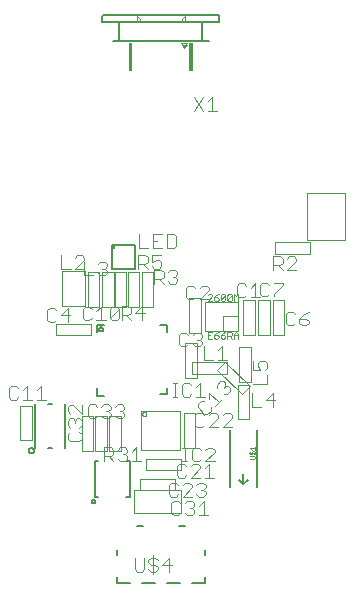
<source format=gto>
G75*
%MOIN*%
%OFA0B0*%
%FSLAX25Y25*%
%IPPOS*%
%LPD*%
%AMOC8*
5,1,8,0,0,1.08239X$1,22.5*
%
%ADD10C,0.00200*%
%ADD11C,0.00400*%
%ADD12C,0.00500*%
%ADD13C,0.00800*%
%ADD14C,0.00100*%
%ADD15C,0.00197*%
%ADD16C,0.00394*%
D10*
X0085301Y0073452D02*
X0096899Y0073452D01*
X0096899Y0069648D01*
X0085301Y0069648D01*
X0085301Y0073452D01*
X0086902Y0079949D02*
X0086902Y0068351D01*
X0083098Y0068351D01*
X0083098Y0079949D01*
X0086902Y0079949D01*
X0101902Y0062793D02*
X0093701Y0070994D01*
X0096390Y0073683D01*
X0104592Y0065482D01*
X0101902Y0062793D01*
X0111302Y0094249D02*
X0111302Y0082651D01*
X0107498Y0082651D01*
X0107498Y0094249D01*
X0111302Y0094249D01*
X0116202Y0094249D02*
X0116202Y0082651D01*
X0112398Y0082651D01*
X0112398Y0094249D01*
X0116202Y0094249D01*
X0102498Y0082651D02*
X0102498Y0094249D01*
X0106302Y0094249D01*
X0106302Y0082651D01*
X0102498Y0082651D01*
X0088302Y0094849D02*
X0088302Y0083251D01*
X0084498Y0083251D01*
X0084498Y0094849D01*
X0088302Y0094849D01*
X0059252Y0103499D02*
X0059252Y0091901D01*
X0055448Y0091901D01*
X0055448Y0103499D01*
X0059252Y0103499D01*
X0040001Y0086252D02*
X0051599Y0086252D01*
X0051599Y0082448D01*
X0040001Y0082448D01*
X0040001Y0086252D01*
X0041980Y0092201D02*
X0041980Y0103799D01*
X0049720Y0103799D01*
X0049720Y0092201D01*
X0041980Y0092201D01*
X0054452Y0103499D02*
X0054452Y0091901D01*
X0050648Y0091901D01*
X0050648Y0103499D01*
X0054452Y0103499D01*
X0061602Y0055449D02*
X0061602Y0043851D01*
X0057798Y0043851D01*
X0057798Y0055449D01*
X0061602Y0055449D01*
X0066132Y0023180D02*
X0081668Y0023180D01*
X0066132Y0030920D02*
X0081668Y0030920D01*
X0081668Y0023180D01*
X0066132Y0023180D02*
X0066132Y0030920D01*
X0052502Y0055449D02*
X0052502Y0043851D01*
X0048698Y0043851D01*
X0048698Y0055449D01*
X0052502Y0055449D01*
X0057002Y0055449D02*
X0057002Y0043851D01*
X0053198Y0043851D01*
X0053198Y0055449D01*
X0057002Y0055449D01*
X0028098Y0047451D02*
X0028098Y0059049D01*
X0031902Y0059049D01*
X0031902Y0047451D01*
X0028098Y0047451D01*
X0068648Y0091951D02*
X0068648Y0103549D01*
X0072452Y0103549D01*
X0072452Y0091951D01*
X0068648Y0091951D01*
X0059748Y0091951D02*
X0059748Y0103549D01*
X0063552Y0103549D01*
X0063552Y0091951D01*
X0059748Y0091951D01*
X0064048Y0092001D02*
X0064048Y0103599D01*
X0067852Y0103599D01*
X0067852Y0092001D01*
X0064048Y0092001D01*
X0092044Y0093968D02*
X0090576Y0093968D01*
X0092044Y0095436D01*
X0092044Y0095803D01*
X0091677Y0096170D01*
X0090943Y0096170D01*
X0090576Y0095803D01*
X0094253Y0096170D02*
X0093519Y0095803D01*
X0092785Y0095069D01*
X0092785Y0094335D01*
X0093152Y0093968D01*
X0093886Y0093968D01*
X0094253Y0094335D01*
X0094253Y0094702D01*
X0093886Y0095069D01*
X0092785Y0095069D01*
X0094995Y0094335D02*
X0094995Y0095803D01*
X0095362Y0096170D01*
X0096096Y0096170D01*
X0096463Y0095803D01*
X0096463Y0094335D01*
X0096096Y0093968D01*
X0095362Y0093968D01*
X0094995Y0094335D01*
X0096463Y0095803D01*
X0097205Y0094335D02*
X0097205Y0095803D01*
X0097572Y0096170D01*
X0098306Y0096170D01*
X0098673Y0095803D01*
X0098673Y0094335D01*
X0098306Y0093968D01*
X0097572Y0093968D01*
X0097205Y0094335D01*
X0098673Y0095803D01*
X0099415Y0093968D02*
X0099415Y0096170D01*
X0100149Y0095436D01*
X0100883Y0096170D01*
X0100883Y0093968D01*
X0092044Y0083572D02*
X0090576Y0083572D01*
X0090576Y0081370D01*
X0092044Y0081370D01*
X0091310Y0082471D02*
X0090576Y0082471D01*
X0094253Y0083572D02*
X0093519Y0083205D01*
X0092785Y0082471D01*
X0092785Y0081737D01*
X0093152Y0081370D01*
X0093886Y0081370D01*
X0094253Y0081737D01*
X0094253Y0082104D01*
X0093886Y0082471D01*
X0092785Y0082471D01*
X0096463Y0083572D02*
X0095729Y0083205D01*
X0094995Y0082471D01*
X0094995Y0081737D01*
X0095362Y0081370D01*
X0096096Y0081370D01*
X0096463Y0081737D01*
X0096463Y0082104D01*
X0096096Y0082471D01*
X0094995Y0082471D01*
X0097205Y0081370D02*
X0097205Y0083572D01*
X0098306Y0083572D01*
X0098673Y0083205D01*
X0098673Y0082471D01*
X0098306Y0082104D01*
X0097205Y0082104D01*
X0097939Y0082104D02*
X0098673Y0081370D01*
X0099415Y0081370D02*
X0099415Y0082838D01*
X0100149Y0083572D01*
X0100883Y0082838D01*
X0100883Y0081370D01*
X0100883Y0082471D02*
X0099415Y0082471D01*
X0104402Y0066049D02*
X0104402Y0054451D01*
X0100598Y0054451D01*
X0100598Y0066049D01*
X0104402Y0066049D01*
X0105002Y0078549D02*
X0105002Y0066951D01*
X0101198Y0066951D01*
X0101198Y0078549D01*
X0105002Y0078549D01*
X0086402Y0056549D02*
X0086402Y0044951D01*
X0082598Y0044951D01*
X0082598Y0056549D01*
X0086402Y0056549D01*
X0081799Y0037431D02*
X0070201Y0037431D01*
X0070201Y0041234D01*
X0081799Y0041234D01*
X0081799Y0037431D01*
X0079799Y0030848D02*
X0068201Y0030848D01*
X0068201Y0034652D01*
X0079799Y0034652D01*
X0079799Y0030848D01*
X0124799Y0109598D02*
X0113201Y0109598D01*
X0113201Y0113402D01*
X0124799Y0113402D01*
X0124799Y0109598D01*
D11*
X0089400Y0078954D02*
X0089400Y0074350D01*
X0092469Y0074350D01*
X0094004Y0077419D02*
X0095539Y0078954D01*
X0095539Y0074350D01*
X0097073Y0074350D02*
X0094004Y0074350D01*
X0084069Y0082587D02*
X0083302Y0083354D01*
X0081767Y0083354D01*
X0081000Y0082587D01*
X0081000Y0079517D01*
X0081767Y0078750D01*
X0083302Y0078750D01*
X0084069Y0079517D01*
X0085604Y0082587D02*
X0086371Y0083354D01*
X0087906Y0083354D01*
X0088673Y0082587D01*
X0088673Y0081819D01*
X0087906Y0081052D01*
X0087139Y0081052D01*
X0087906Y0081052D02*
X0088673Y0080285D01*
X0088673Y0079517D01*
X0087906Y0078750D01*
X0086371Y0078750D01*
X0085604Y0079517D01*
X0089405Y0060604D02*
X0088320Y0060604D01*
X0087235Y0059519D01*
X0087235Y0058434D01*
X0089405Y0056263D01*
X0090490Y0056263D01*
X0091576Y0057349D01*
X0091576Y0058434D01*
X0091033Y0061147D02*
X0091033Y0063317D01*
X0094288Y0060061D01*
X0093203Y0058976D02*
X0095374Y0061147D01*
X0093746Y0064945D02*
X0093746Y0066030D01*
X0094831Y0067115D01*
X0095916Y0067115D01*
X0096459Y0066572D01*
X0096459Y0065487D01*
X0095916Y0064945D01*
X0096459Y0065487D02*
X0097544Y0065487D01*
X0098086Y0064945D01*
X0098086Y0063859D01*
X0097001Y0062774D01*
X0095916Y0062774D01*
X0111069Y0099287D02*
X0110302Y0100054D01*
X0108767Y0100054D01*
X0108000Y0099287D01*
X0108000Y0096217D01*
X0108767Y0095450D01*
X0110302Y0095450D01*
X0111069Y0096217D01*
X0112604Y0100054D02*
X0115673Y0100054D01*
X0115673Y0099287D01*
X0112604Y0096217D01*
X0112604Y0095450D01*
X0119669Y0089587D02*
X0118902Y0090354D01*
X0117367Y0090354D01*
X0116600Y0089587D01*
X0116600Y0086517D01*
X0117367Y0085750D01*
X0118902Y0085750D01*
X0119669Y0086517D01*
X0124273Y0090354D02*
X0122739Y0089587D01*
X0121204Y0088052D01*
X0121204Y0086517D01*
X0121971Y0085750D01*
X0123506Y0085750D01*
X0124273Y0086517D01*
X0124273Y0087285D01*
X0123506Y0088052D01*
X0121204Y0088052D01*
X0103469Y0098987D02*
X0102702Y0099754D01*
X0101167Y0099754D01*
X0100400Y0098987D01*
X0100400Y0095917D01*
X0101167Y0095150D01*
X0102702Y0095150D01*
X0103469Y0095917D01*
X0105004Y0098219D02*
X0106539Y0099754D01*
X0106539Y0095150D01*
X0108073Y0095150D02*
X0105004Y0095150D01*
X0086469Y0098237D02*
X0085702Y0099004D01*
X0084167Y0099004D01*
X0083400Y0098237D01*
X0083400Y0095167D01*
X0084167Y0094400D01*
X0085702Y0094400D01*
X0086469Y0095167D01*
X0091073Y0094400D02*
X0088004Y0094400D01*
X0091073Y0097469D01*
X0091073Y0098237D01*
X0090306Y0099004D01*
X0088771Y0099004D01*
X0088004Y0098237D01*
X0051969Y0091237D02*
X0051202Y0092004D01*
X0049667Y0092004D01*
X0048900Y0091237D01*
X0048900Y0088167D01*
X0049667Y0087400D01*
X0051202Y0087400D01*
X0051969Y0088167D01*
X0053504Y0090469D02*
X0055039Y0092004D01*
X0055039Y0087400D01*
X0056573Y0087400D02*
X0053504Y0087400D01*
X0058108Y0088167D02*
X0058108Y0091237D01*
X0058875Y0092004D01*
X0060410Y0092004D01*
X0061177Y0091237D01*
X0061177Y0088167D01*
X0060410Y0087400D01*
X0058875Y0087400D01*
X0058108Y0088167D01*
X0061177Y0091237D01*
X0040219Y0090787D02*
X0039452Y0091554D01*
X0037917Y0091554D01*
X0037150Y0090787D01*
X0037150Y0087717D01*
X0037917Y0086950D01*
X0039452Y0086950D01*
X0040219Y0087717D01*
X0044056Y0086950D02*
X0044056Y0091554D01*
X0041754Y0089252D01*
X0044823Y0089252D01*
X0078900Y0062050D02*
X0080435Y0062050D01*
X0079667Y0062050D02*
X0079667Y0066654D01*
X0078900Y0066654D02*
X0080435Y0066654D01*
X0085039Y0065887D02*
X0084271Y0066654D01*
X0082737Y0066654D01*
X0081969Y0065887D01*
X0081969Y0062817D01*
X0082737Y0062050D01*
X0084271Y0062050D01*
X0085039Y0062817D01*
X0086573Y0065119D02*
X0088108Y0066654D01*
X0088108Y0062050D01*
X0089642Y0062050D02*
X0086573Y0062050D01*
X0041850Y0109154D02*
X0041850Y0104550D01*
X0044919Y0104550D01*
X0049523Y0104550D02*
X0046454Y0104550D01*
X0049523Y0107619D01*
X0049523Y0108387D01*
X0048756Y0109154D01*
X0047221Y0109154D01*
X0046454Y0108387D01*
X0049350Y0107004D02*
X0049350Y0102400D01*
X0052419Y0102400D01*
X0053954Y0106237D02*
X0054721Y0107004D01*
X0056256Y0107004D01*
X0057023Y0106237D01*
X0057023Y0105469D01*
X0056256Y0104702D01*
X0055489Y0104702D01*
X0056256Y0104702D02*
X0057023Y0103935D01*
X0057023Y0103167D01*
X0056256Y0102400D01*
X0054721Y0102400D01*
X0053954Y0103167D01*
X0056138Y0040550D02*
X0056138Y0045154D01*
X0058440Y0045154D01*
X0059207Y0044387D01*
X0059207Y0042852D01*
X0058440Y0042085D01*
X0056138Y0042085D01*
X0057673Y0042085D02*
X0059207Y0040550D01*
X0060742Y0044387D02*
X0061509Y0045154D01*
X0063044Y0045154D01*
X0063811Y0044387D01*
X0063811Y0043619D01*
X0063044Y0042852D01*
X0062277Y0042852D01*
X0063044Y0042852D02*
X0063811Y0042085D01*
X0063811Y0041317D01*
X0063044Y0040550D01*
X0061509Y0040550D01*
X0060742Y0041317D01*
X0065346Y0043619D02*
X0066881Y0045154D01*
X0066881Y0040550D01*
X0068415Y0040550D02*
X0065346Y0040550D01*
X0081557Y0026437D02*
X0080790Y0027204D01*
X0079256Y0027204D01*
X0078488Y0026437D01*
X0078488Y0023367D01*
X0079256Y0022600D01*
X0080790Y0022600D01*
X0081557Y0023367D01*
X0083092Y0026437D02*
X0083859Y0027204D01*
X0085394Y0027204D01*
X0086161Y0026437D01*
X0086161Y0025669D01*
X0085394Y0024902D01*
X0084627Y0024902D01*
X0085394Y0024902D02*
X0086161Y0024135D01*
X0086161Y0023367D01*
X0085394Y0022600D01*
X0083859Y0022600D01*
X0083092Y0023367D01*
X0087696Y0025669D02*
X0089231Y0027204D01*
X0089231Y0022600D01*
X0090765Y0022600D02*
X0087696Y0022600D01*
X0044813Y0050169D02*
X0044046Y0049402D01*
X0044046Y0047867D01*
X0044813Y0047100D01*
X0047883Y0047100D01*
X0048650Y0047867D01*
X0048650Y0049402D01*
X0047883Y0050169D01*
X0044813Y0051704D02*
X0044046Y0052471D01*
X0044046Y0054006D01*
X0044813Y0054773D01*
X0045581Y0054773D01*
X0046348Y0054006D01*
X0046348Y0053239D01*
X0046348Y0054006D02*
X0047115Y0054773D01*
X0047883Y0054773D01*
X0048650Y0054006D01*
X0048650Y0052471D01*
X0047883Y0051704D01*
X0048650Y0059377D02*
X0048650Y0056308D01*
X0045581Y0059377D01*
X0044813Y0059377D01*
X0044046Y0058610D01*
X0044046Y0057075D01*
X0044813Y0056308D01*
X0053669Y0058637D02*
X0052902Y0059404D01*
X0051367Y0059404D01*
X0050600Y0058637D01*
X0050600Y0055567D01*
X0051367Y0054800D01*
X0052902Y0054800D01*
X0053669Y0055567D01*
X0055204Y0058637D02*
X0055971Y0059404D01*
X0057506Y0059404D01*
X0058273Y0058637D01*
X0058273Y0057869D01*
X0057506Y0057102D01*
X0056739Y0057102D01*
X0057506Y0057102D02*
X0058273Y0056335D01*
X0058273Y0055567D01*
X0057506Y0054800D01*
X0055971Y0054800D01*
X0055204Y0055567D01*
X0059808Y0058637D02*
X0060575Y0059404D01*
X0062110Y0059404D01*
X0062877Y0058637D01*
X0062877Y0057869D01*
X0062110Y0057102D01*
X0061342Y0057102D01*
X0062110Y0057102D02*
X0062877Y0056335D01*
X0062877Y0055567D01*
X0062110Y0054800D01*
X0060575Y0054800D01*
X0059808Y0055567D01*
X0027469Y0064837D02*
X0026702Y0065604D01*
X0025167Y0065604D01*
X0024400Y0064837D01*
X0024400Y0061767D01*
X0025167Y0061000D01*
X0026702Y0061000D01*
X0027469Y0061767D01*
X0029004Y0064069D02*
X0030539Y0065604D01*
X0030539Y0061000D01*
X0032073Y0061000D02*
X0029004Y0061000D01*
X0033608Y0064069D02*
X0035142Y0065604D01*
X0035142Y0061000D01*
X0033608Y0061000D02*
X0036677Y0061000D01*
X0067721Y0116217D02*
X0067721Y0111613D01*
X0070790Y0111613D01*
X0075394Y0116217D02*
X0072325Y0116217D01*
X0072325Y0111613D01*
X0075394Y0111613D01*
X0073859Y0113915D02*
X0072325Y0113915D01*
X0076929Y0116217D02*
X0076929Y0111613D01*
X0079231Y0111613D01*
X0079998Y0112381D01*
X0079998Y0115450D01*
X0079231Y0116217D01*
X0076929Y0116217D01*
X0072850Y0099700D02*
X0072850Y0104304D01*
X0075152Y0104304D01*
X0075919Y0103537D01*
X0075919Y0102002D01*
X0075152Y0101235D01*
X0072850Y0101235D01*
X0074385Y0101235D02*
X0075919Y0099700D01*
X0077454Y0103537D02*
X0078221Y0104304D01*
X0079756Y0104304D01*
X0080523Y0103537D01*
X0080523Y0102769D01*
X0079756Y0102002D01*
X0078989Y0102002D01*
X0079756Y0102002D02*
X0080523Y0101235D01*
X0080523Y0100467D01*
X0079756Y0099700D01*
X0078221Y0099700D01*
X0077454Y0100467D01*
X0061900Y0087700D02*
X0061900Y0092304D01*
X0064202Y0092304D01*
X0064969Y0091537D01*
X0064969Y0090002D01*
X0064202Y0089235D01*
X0061900Y0089235D01*
X0063435Y0089235D02*
X0064969Y0087700D01*
X0068806Y0087700D02*
X0068806Y0092304D01*
X0066504Y0090002D01*
X0069573Y0090002D01*
X0067500Y0104650D02*
X0067500Y0109254D01*
X0069802Y0109254D01*
X0070569Y0108487D01*
X0070569Y0106952D01*
X0069802Y0106185D01*
X0067500Y0106185D01*
X0069035Y0106185D02*
X0070569Y0104650D01*
X0075173Y0109254D02*
X0072104Y0109254D01*
X0072104Y0106952D01*
X0073639Y0107719D01*
X0074406Y0107719D01*
X0075173Y0106952D01*
X0075173Y0105417D01*
X0074406Y0104650D01*
X0072871Y0104650D01*
X0072104Y0105417D01*
X0105400Y0063154D02*
X0105400Y0058550D01*
X0108469Y0058550D01*
X0112306Y0058550D02*
X0112306Y0063154D01*
X0110004Y0060852D01*
X0113073Y0060852D01*
X0105796Y0066242D02*
X0110400Y0066242D01*
X0110400Y0069311D01*
X0105796Y0073915D02*
X0105796Y0070846D01*
X0108098Y0070846D01*
X0107331Y0072381D01*
X0107331Y0073148D01*
X0108098Y0073915D01*
X0109633Y0073915D01*
X0110400Y0073148D01*
X0110400Y0071613D01*
X0109633Y0070846D01*
X0066288Y0008304D02*
X0066288Y0004467D01*
X0067056Y0003700D01*
X0068590Y0003700D01*
X0069357Y0004467D01*
X0069357Y0008304D01*
X0070892Y0004467D02*
X0071659Y0003700D01*
X0073194Y0003700D01*
X0073961Y0004467D01*
X0073961Y0005235D01*
X0073194Y0006002D01*
X0071659Y0006002D01*
X0070892Y0006769D01*
X0070892Y0007537D01*
X0071659Y0008304D01*
X0073194Y0008304D01*
X0073961Y0007537D01*
X0072427Y0009071D02*
X0072427Y0002933D01*
X0077798Y0003700D02*
X0077798Y0008304D01*
X0075496Y0006002D01*
X0078565Y0006002D01*
X0089519Y0055787D02*
X0088752Y0056554D01*
X0087217Y0056554D01*
X0086450Y0055787D01*
X0086450Y0052717D01*
X0087217Y0051950D01*
X0088752Y0051950D01*
X0089519Y0052717D01*
X0094123Y0051950D02*
X0091054Y0051950D01*
X0094123Y0055019D01*
X0094123Y0055787D01*
X0093356Y0056554D01*
X0091821Y0056554D01*
X0091054Y0055787D01*
X0098727Y0051950D02*
X0095658Y0051950D01*
X0098727Y0055019D01*
X0098727Y0055787D01*
X0097960Y0056554D01*
X0096425Y0056554D01*
X0095658Y0055787D01*
X0083457Y0038869D02*
X0082690Y0039637D01*
X0081156Y0039637D01*
X0080388Y0038869D01*
X0080388Y0035800D01*
X0081156Y0035033D01*
X0082690Y0035033D01*
X0083457Y0035800D01*
X0088061Y0035033D02*
X0084992Y0035033D01*
X0088061Y0038102D01*
X0088061Y0038869D01*
X0087294Y0039637D01*
X0085759Y0039637D01*
X0084992Y0038869D01*
X0089596Y0038102D02*
X0091131Y0039637D01*
X0091131Y0035033D01*
X0092665Y0035033D02*
X0089596Y0035033D01*
X0080707Y0032537D02*
X0079940Y0033304D01*
X0078406Y0033304D01*
X0077638Y0032537D01*
X0077638Y0029467D01*
X0078406Y0028700D01*
X0079940Y0028700D01*
X0080707Y0029467D01*
X0085311Y0028700D02*
X0082242Y0028700D01*
X0085311Y0031769D01*
X0085311Y0032537D01*
X0084544Y0033304D01*
X0083009Y0033304D01*
X0082242Y0032537D01*
X0086846Y0032537D02*
X0087613Y0033304D01*
X0089148Y0033304D01*
X0089915Y0032537D01*
X0089915Y0031769D01*
X0089148Y0031002D01*
X0088381Y0031002D01*
X0089148Y0031002D02*
X0089915Y0030235D01*
X0089915Y0029467D01*
X0089148Y0028700D01*
X0087613Y0028700D01*
X0086846Y0029467D01*
X0083735Y0040450D02*
X0082200Y0040450D01*
X0082967Y0040450D02*
X0082967Y0045054D01*
X0082200Y0045054D02*
X0083735Y0045054D01*
X0088339Y0044287D02*
X0087571Y0045054D01*
X0086037Y0045054D01*
X0085269Y0044287D01*
X0085269Y0041217D01*
X0086037Y0040450D01*
X0087571Y0040450D01*
X0088339Y0041217D01*
X0092942Y0040450D02*
X0089873Y0040450D01*
X0092942Y0043519D01*
X0092942Y0044287D01*
X0092175Y0045054D01*
X0090641Y0045054D01*
X0089873Y0044287D01*
X0083071Y0187205D02*
X0083071Y0188780D01*
X0082087Y0187795D01*
X0082087Y0187205D01*
X0067913Y0187205D02*
X0067913Y0187795D01*
X0066929Y0188780D01*
X0066929Y0187205D01*
X0085992Y0161930D02*
X0089061Y0157326D01*
X0085992Y0157326D02*
X0089061Y0161930D01*
X0090596Y0160395D02*
X0092131Y0161930D01*
X0092131Y0157326D01*
X0093665Y0157326D02*
X0090596Y0157326D01*
X0083858Y0179921D02*
X0083858Y0179724D01*
X0082874Y0178346D01*
X0081890Y0179724D01*
X0081890Y0179921D01*
X0083858Y0179921D01*
X0083007Y0178533D02*
X0082741Y0178533D01*
X0082456Y0178932D02*
X0083292Y0178932D01*
X0083577Y0179330D02*
X0082171Y0179330D01*
X0081890Y0179729D02*
X0083858Y0179729D01*
X0112492Y0104200D02*
X0112492Y0108804D01*
X0114794Y0108804D01*
X0115561Y0108037D01*
X0115561Y0106502D01*
X0114794Y0105735D01*
X0112492Y0105735D01*
X0114027Y0105735D02*
X0115561Y0104200D01*
X0120165Y0104200D02*
X0117096Y0104200D01*
X0120165Y0107269D01*
X0120165Y0108037D01*
X0119398Y0108804D01*
X0117863Y0108804D01*
X0117096Y0108037D01*
D12*
X0056050Y0085961D02*
X0053589Y0085961D01*
X0053589Y0083500D01*
X0074750Y0085961D02*
X0077211Y0085961D01*
X0077211Y0083500D01*
X0077211Y0064800D02*
X0077211Y0062831D01*
X0074750Y0062831D01*
X0056050Y0062339D02*
X0053589Y0062339D01*
X0053589Y0064800D01*
X0054369Y0084485D02*
X0054371Y0084538D01*
X0054377Y0084590D01*
X0054387Y0084642D01*
X0054401Y0084693D01*
X0054418Y0084742D01*
X0054440Y0084790D01*
X0054464Y0084837D01*
X0054493Y0084881D01*
X0054524Y0084923D01*
X0054559Y0084963D01*
X0054597Y0085000D01*
X0054637Y0085034D01*
X0054680Y0085065D01*
X0054725Y0085092D01*
X0054772Y0085116D01*
X0054820Y0085136D01*
X0054870Y0085153D01*
X0054921Y0085166D01*
X0054973Y0085175D01*
X0055026Y0085180D01*
X0055078Y0085181D01*
X0055131Y0085178D01*
X0055183Y0085171D01*
X0055235Y0085160D01*
X0055285Y0085145D01*
X0055334Y0085127D01*
X0055382Y0085105D01*
X0055428Y0085079D01*
X0055472Y0085050D01*
X0055514Y0085017D01*
X0055552Y0084982D01*
X0055589Y0084943D01*
X0055622Y0084903D01*
X0055652Y0084859D01*
X0055678Y0084814D01*
X0055702Y0084766D01*
X0055721Y0084718D01*
X0055737Y0084667D01*
X0055749Y0084616D01*
X0055757Y0084564D01*
X0055761Y0084511D01*
X0055761Y0084459D01*
X0055757Y0084406D01*
X0055749Y0084354D01*
X0055737Y0084303D01*
X0055721Y0084252D01*
X0055702Y0084204D01*
X0055678Y0084156D01*
X0055652Y0084111D01*
X0055622Y0084067D01*
X0055589Y0084027D01*
X0055552Y0083988D01*
X0055514Y0083953D01*
X0055472Y0083920D01*
X0055428Y0083891D01*
X0055382Y0083865D01*
X0055334Y0083843D01*
X0055285Y0083825D01*
X0055235Y0083810D01*
X0055183Y0083799D01*
X0055131Y0083792D01*
X0055078Y0083789D01*
X0055026Y0083790D01*
X0054973Y0083795D01*
X0054921Y0083804D01*
X0054870Y0083817D01*
X0054820Y0083834D01*
X0054772Y0083854D01*
X0054725Y0083878D01*
X0054680Y0083905D01*
X0054637Y0083936D01*
X0054597Y0083970D01*
X0054559Y0084007D01*
X0054524Y0084047D01*
X0054493Y0084089D01*
X0054464Y0084133D01*
X0054440Y0084180D01*
X0054418Y0084228D01*
X0054401Y0084277D01*
X0054387Y0084328D01*
X0054377Y0084380D01*
X0054371Y0084432D01*
X0054369Y0084485D01*
X0064706Y0040456D02*
X0064706Y0028644D01*
X0052894Y0040456D02*
X0052894Y0028644D01*
X0054076Y0028644D01*
X0054076Y0040456D02*
X0052894Y0040456D01*
X0063524Y0040456D02*
X0064706Y0040456D01*
X0064706Y0028644D02*
X0063524Y0028644D01*
X0051944Y0027070D02*
X0051946Y0027117D01*
X0051952Y0027163D01*
X0051961Y0027209D01*
X0051975Y0027253D01*
X0051992Y0027297D01*
X0052013Y0027338D01*
X0052037Y0027378D01*
X0052064Y0027416D01*
X0052095Y0027451D01*
X0052128Y0027484D01*
X0052164Y0027514D01*
X0052203Y0027540D01*
X0052243Y0027564D01*
X0052285Y0027583D01*
X0052329Y0027600D01*
X0052374Y0027612D01*
X0052420Y0027621D01*
X0052466Y0027626D01*
X0052513Y0027627D01*
X0052559Y0027624D01*
X0052605Y0027617D01*
X0052651Y0027606D01*
X0052695Y0027592D01*
X0052738Y0027574D01*
X0052779Y0027552D01*
X0052819Y0027527D01*
X0052856Y0027499D01*
X0052891Y0027468D01*
X0052923Y0027434D01*
X0052952Y0027397D01*
X0052977Y0027359D01*
X0053000Y0027318D01*
X0053019Y0027275D01*
X0053034Y0027231D01*
X0053046Y0027186D01*
X0053054Y0027140D01*
X0053058Y0027093D01*
X0053058Y0027047D01*
X0053054Y0027000D01*
X0053046Y0026954D01*
X0053034Y0026909D01*
X0053019Y0026865D01*
X0053000Y0026822D01*
X0052977Y0026781D01*
X0052952Y0026743D01*
X0052923Y0026706D01*
X0052891Y0026672D01*
X0052856Y0026641D01*
X0052819Y0026613D01*
X0052780Y0026588D01*
X0052738Y0026566D01*
X0052695Y0026548D01*
X0052651Y0026534D01*
X0052605Y0026523D01*
X0052559Y0026516D01*
X0052513Y0026513D01*
X0052466Y0026514D01*
X0052420Y0026519D01*
X0052374Y0026528D01*
X0052329Y0026540D01*
X0052285Y0026557D01*
X0052243Y0026576D01*
X0052203Y0026600D01*
X0052164Y0026626D01*
X0052128Y0026656D01*
X0052095Y0026689D01*
X0052064Y0026724D01*
X0052037Y0026762D01*
X0052013Y0026802D01*
X0051992Y0026843D01*
X0051975Y0026887D01*
X0051961Y0026931D01*
X0051952Y0026977D01*
X0051946Y0027023D01*
X0051944Y0027070D01*
X0032982Y0044870D02*
X0032982Y0059437D01*
X0037313Y0059437D02*
X0038887Y0059437D01*
X0043218Y0059437D02*
X0043218Y0044870D01*
X0038887Y0044870D02*
X0037313Y0044870D01*
X0030921Y0044082D02*
X0030923Y0044141D01*
X0030929Y0044199D01*
X0030939Y0044257D01*
X0030952Y0044314D01*
X0030970Y0044371D01*
X0030991Y0044426D01*
X0031016Y0044479D01*
X0031044Y0044530D01*
X0031075Y0044580D01*
X0031110Y0044627D01*
X0031148Y0044672D01*
X0031189Y0044715D01*
X0031233Y0044754D01*
X0031279Y0044790D01*
X0031327Y0044824D01*
X0031378Y0044854D01*
X0031431Y0044880D01*
X0031485Y0044903D01*
X0031540Y0044922D01*
X0031597Y0044938D01*
X0031655Y0044950D01*
X0031713Y0044958D01*
X0031772Y0044962D01*
X0031830Y0044962D01*
X0031889Y0044958D01*
X0031947Y0044950D01*
X0032005Y0044938D01*
X0032062Y0044922D01*
X0032117Y0044903D01*
X0032171Y0044880D01*
X0032224Y0044854D01*
X0032275Y0044824D01*
X0032323Y0044790D01*
X0032369Y0044754D01*
X0032413Y0044715D01*
X0032454Y0044672D01*
X0032492Y0044627D01*
X0032527Y0044580D01*
X0032558Y0044530D01*
X0032586Y0044479D01*
X0032611Y0044426D01*
X0032632Y0044371D01*
X0032650Y0044314D01*
X0032663Y0044257D01*
X0032673Y0044199D01*
X0032679Y0044141D01*
X0032681Y0044082D01*
X0032679Y0044023D01*
X0032673Y0043965D01*
X0032663Y0043907D01*
X0032650Y0043850D01*
X0032632Y0043793D01*
X0032611Y0043738D01*
X0032586Y0043685D01*
X0032558Y0043634D01*
X0032527Y0043584D01*
X0032492Y0043537D01*
X0032454Y0043492D01*
X0032413Y0043449D01*
X0032369Y0043410D01*
X0032323Y0043374D01*
X0032275Y0043340D01*
X0032224Y0043310D01*
X0032171Y0043284D01*
X0032117Y0043261D01*
X0032062Y0043242D01*
X0032005Y0043226D01*
X0031947Y0043214D01*
X0031889Y0043206D01*
X0031830Y0043202D01*
X0031772Y0043202D01*
X0031713Y0043206D01*
X0031655Y0043214D01*
X0031597Y0043226D01*
X0031540Y0043242D01*
X0031485Y0043261D01*
X0031431Y0043284D01*
X0031378Y0043310D01*
X0031327Y0043340D01*
X0031279Y0043374D01*
X0031233Y0043410D01*
X0031189Y0043449D01*
X0031148Y0043492D01*
X0031110Y0043537D01*
X0031075Y0043584D01*
X0031044Y0043634D01*
X0031016Y0043685D01*
X0030991Y0043738D01*
X0030970Y0043793D01*
X0030952Y0043850D01*
X0030939Y0043907D01*
X0030929Y0043965D01*
X0030923Y0044023D01*
X0030921Y0044082D01*
X0058563Y0104613D02*
X0058563Y0111503D01*
X0058563Y0112487D01*
X0059547Y0112487D01*
X0066437Y0112487D01*
X0066437Y0104613D01*
X0058563Y0104613D01*
X0058563Y0111503D02*
X0059547Y0111503D01*
X0059547Y0112487D01*
X0089764Y0001860D02*
X0089764Y-0000109D01*
X0085335Y-0000109D01*
X0081398Y-0000109D02*
X0076969Y-0000109D01*
X0073031Y-0000109D02*
X0068602Y-0000109D01*
X0064665Y-0000109D02*
X0060236Y-0000109D01*
X0060236Y0001860D01*
X0089764Y0009340D02*
X0089764Y0010915D01*
X0060236Y0010915D02*
X0060236Y0009340D01*
X0080906Y0018789D02*
X0083071Y0018789D01*
X0069094Y0018789D02*
X0066929Y0018789D01*
D13*
X0098000Y0031750D02*
X0098000Y0050750D01*
X0107000Y0050750D02*
X0107000Y0031750D01*
X0102500Y0036250D02*
X0102500Y0032750D01*
X0104000Y0034250D01*
X0102500Y0032750D02*
X0101000Y0034250D01*
X0094488Y0186811D02*
X0094488Y0188780D01*
X0094094Y0189173D01*
X0055906Y0189173D01*
X0055512Y0188780D01*
X0055512Y0186811D01*
X0094488Y0186811D01*
X0090945Y0180512D02*
X0059055Y0180512D01*
X0088780Y0180906D02*
X0088780Y0186417D01*
X0061220Y0186417D02*
X0061220Y0180906D01*
X0085433Y0179921D02*
X0085433Y0171063D01*
X0085431Y0171030D01*
X0085426Y0170997D01*
X0085416Y0170966D01*
X0085404Y0170935D01*
X0085388Y0170906D01*
X0085369Y0170879D01*
X0085347Y0170854D01*
X0085322Y0170832D01*
X0085295Y0170813D01*
X0085266Y0170797D01*
X0085235Y0170785D01*
X0085204Y0170775D01*
X0085171Y0170770D01*
X0085138Y0170768D01*
X0085105Y0170770D01*
X0085072Y0170775D01*
X0085041Y0170785D01*
X0085010Y0170797D01*
X0084981Y0170813D01*
X0084954Y0170832D01*
X0084929Y0170854D01*
X0084907Y0170879D01*
X0084888Y0170906D01*
X0084872Y0170935D01*
X0084860Y0170966D01*
X0084850Y0170997D01*
X0084845Y0171030D01*
X0084843Y0171063D01*
X0084843Y0179921D01*
X0065157Y0179921D02*
X0065157Y0171063D01*
X0065155Y0171030D01*
X0065150Y0170997D01*
X0065140Y0170966D01*
X0065128Y0170935D01*
X0065112Y0170906D01*
X0065093Y0170879D01*
X0065071Y0170854D01*
X0065046Y0170832D01*
X0065019Y0170813D01*
X0064990Y0170797D01*
X0064959Y0170785D01*
X0064928Y0170775D01*
X0064895Y0170770D01*
X0064862Y0170768D01*
X0064829Y0170770D01*
X0064796Y0170775D01*
X0064765Y0170785D01*
X0064734Y0170797D01*
X0064705Y0170813D01*
X0064678Y0170832D01*
X0064653Y0170854D01*
X0064631Y0170879D01*
X0064612Y0170906D01*
X0064596Y0170935D01*
X0064584Y0170966D01*
X0064574Y0170997D01*
X0064569Y0171030D01*
X0064567Y0171063D01*
X0064567Y0179921D01*
D14*
X0104749Y0041280D02*
X0106000Y0041280D01*
X0106250Y0041530D01*
X0106250Y0042031D01*
X0106000Y0042281D01*
X0104749Y0042281D01*
X0106000Y0042753D02*
X0106250Y0043004D01*
X0106250Y0043504D01*
X0106000Y0043754D01*
X0105750Y0043754D01*
X0105499Y0043504D01*
X0105499Y0043004D01*
X0105249Y0042753D01*
X0104999Y0042753D01*
X0104749Y0043004D01*
X0104749Y0043504D01*
X0104999Y0043754D01*
X0104499Y0043254D02*
X0106500Y0043254D01*
X0105249Y0044227D02*
X0104749Y0044727D01*
X0106250Y0044727D01*
X0106250Y0044227D02*
X0106250Y0045228D01*
D15*
X0089688Y0093474D02*
X0100712Y0093474D01*
X0100712Y0088750D01*
X0100712Y0084026D01*
X0095594Y0084026D01*
X0089688Y0084026D01*
X0089688Y0093474D01*
X0100712Y0088750D02*
X0095594Y0088750D01*
X0095594Y0084026D01*
X0123701Y0129811D02*
X0136299Y0129811D01*
X0136299Y0114063D01*
X0123701Y0114063D01*
X0123701Y0129811D01*
D16*
X0068500Y0057250D02*
X0081500Y0057250D01*
X0081500Y0044250D01*
X0068500Y0044250D01*
X0068500Y0057250D01*
X0068793Y0056250D02*
X0068795Y0056303D01*
X0068801Y0056355D01*
X0068811Y0056407D01*
X0068824Y0056458D01*
X0068842Y0056508D01*
X0068863Y0056557D01*
X0068888Y0056604D01*
X0068916Y0056648D01*
X0068947Y0056691D01*
X0068982Y0056731D01*
X0069019Y0056768D01*
X0069059Y0056803D01*
X0069102Y0056834D01*
X0069147Y0056862D01*
X0069193Y0056887D01*
X0069242Y0056908D01*
X0069292Y0056926D01*
X0069343Y0056939D01*
X0069395Y0056949D01*
X0069447Y0056955D01*
X0069500Y0056957D01*
X0069553Y0056955D01*
X0069605Y0056949D01*
X0069657Y0056939D01*
X0069708Y0056926D01*
X0069758Y0056908D01*
X0069807Y0056887D01*
X0069854Y0056862D01*
X0069898Y0056834D01*
X0069941Y0056803D01*
X0069981Y0056768D01*
X0070018Y0056731D01*
X0070053Y0056691D01*
X0070084Y0056648D01*
X0070112Y0056603D01*
X0070137Y0056557D01*
X0070158Y0056508D01*
X0070176Y0056458D01*
X0070189Y0056407D01*
X0070199Y0056355D01*
X0070205Y0056303D01*
X0070207Y0056250D01*
X0070205Y0056197D01*
X0070199Y0056145D01*
X0070189Y0056093D01*
X0070176Y0056042D01*
X0070158Y0055992D01*
X0070137Y0055943D01*
X0070112Y0055896D01*
X0070084Y0055852D01*
X0070053Y0055809D01*
X0070018Y0055769D01*
X0069981Y0055732D01*
X0069941Y0055697D01*
X0069898Y0055666D01*
X0069853Y0055638D01*
X0069807Y0055613D01*
X0069758Y0055592D01*
X0069708Y0055574D01*
X0069657Y0055561D01*
X0069605Y0055551D01*
X0069553Y0055545D01*
X0069500Y0055543D01*
X0069447Y0055545D01*
X0069395Y0055551D01*
X0069343Y0055561D01*
X0069292Y0055574D01*
X0069242Y0055592D01*
X0069193Y0055613D01*
X0069146Y0055638D01*
X0069102Y0055666D01*
X0069059Y0055697D01*
X0069019Y0055732D01*
X0068982Y0055769D01*
X0068947Y0055809D01*
X0068916Y0055852D01*
X0068888Y0055897D01*
X0068863Y0055943D01*
X0068842Y0055992D01*
X0068824Y0056042D01*
X0068811Y0056093D01*
X0068801Y0056145D01*
X0068795Y0056197D01*
X0068793Y0056250D01*
M02*

</source>
